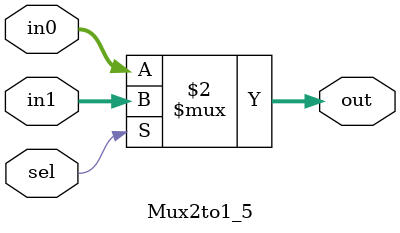
<source format=v>
module Mux2to1_5 (
	input wire sel,
  	input wire [4:0] in0,    
  	input wire [4:0] in1,               
  	output wire [4:0] out    
);

    assign out = (sel == 1'b0) ? in0 : in1;

endmodule
</source>
